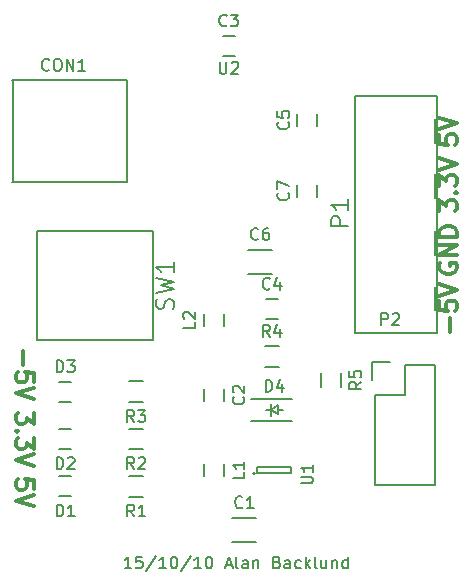
<source format=gto>
%FSLAX46Y46*%
G04 Gerber Fmt 4.6, Leading zero omitted, Abs format (unit mm)*
G04 Created by KiCad (PCBNEW (2014-10-22 BZR 5214)-product) date Sun 11 Oct 2015 07:22:09 PM EDT*
%MOMM*%
G01*
G04 APERTURE LIST*
%ADD10C,0.200000*%
%ADD11C,0.150000*%
%ADD12C,0.300000*%
G04 APERTURE END LIST*
D10*
D11*
X161095237Y-147952381D02*
X160523808Y-147952381D01*
X160809522Y-147952381D02*
X160809522Y-146952381D01*
X160714284Y-147095238D01*
X160619046Y-147190476D01*
X160523808Y-147238095D01*
X161999999Y-146952381D02*
X161523808Y-146952381D01*
X161476189Y-147428571D01*
X161523808Y-147380952D01*
X161619046Y-147333333D01*
X161857142Y-147333333D01*
X161952380Y-147380952D01*
X161999999Y-147428571D01*
X162047618Y-147523810D01*
X162047618Y-147761905D01*
X161999999Y-147857143D01*
X161952380Y-147904762D01*
X161857142Y-147952381D01*
X161619046Y-147952381D01*
X161523808Y-147904762D01*
X161476189Y-147857143D01*
X163190475Y-146904762D02*
X162333332Y-148190476D01*
X164047618Y-147952381D02*
X163476189Y-147952381D01*
X163761903Y-147952381D02*
X163761903Y-146952381D01*
X163666665Y-147095238D01*
X163571427Y-147190476D01*
X163476189Y-147238095D01*
X164666665Y-146952381D02*
X164761904Y-146952381D01*
X164857142Y-147000000D01*
X164904761Y-147047619D01*
X164952380Y-147142857D01*
X164999999Y-147333333D01*
X164999999Y-147571429D01*
X164952380Y-147761905D01*
X164904761Y-147857143D01*
X164857142Y-147904762D01*
X164761904Y-147952381D01*
X164666665Y-147952381D01*
X164571427Y-147904762D01*
X164523808Y-147857143D01*
X164476189Y-147761905D01*
X164428570Y-147571429D01*
X164428570Y-147333333D01*
X164476189Y-147142857D01*
X164523808Y-147047619D01*
X164571427Y-147000000D01*
X164666665Y-146952381D01*
X166142856Y-146904762D02*
X165285713Y-148190476D01*
X166999999Y-147952381D02*
X166428570Y-147952381D01*
X166714284Y-147952381D02*
X166714284Y-146952381D01*
X166619046Y-147095238D01*
X166523808Y-147190476D01*
X166428570Y-147238095D01*
X167619046Y-146952381D02*
X167714285Y-146952381D01*
X167809523Y-147000000D01*
X167857142Y-147047619D01*
X167904761Y-147142857D01*
X167952380Y-147333333D01*
X167952380Y-147571429D01*
X167904761Y-147761905D01*
X167857142Y-147857143D01*
X167809523Y-147904762D01*
X167714285Y-147952381D01*
X167619046Y-147952381D01*
X167523808Y-147904762D01*
X167476189Y-147857143D01*
X167428570Y-147761905D01*
X167380951Y-147571429D01*
X167380951Y-147333333D01*
X167428570Y-147142857D01*
X167476189Y-147047619D01*
X167523808Y-147000000D01*
X167619046Y-146952381D01*
X169095237Y-147666667D02*
X169571428Y-147666667D01*
X168999999Y-147952381D02*
X169333332Y-146952381D01*
X169666666Y-147952381D01*
X170142856Y-147952381D02*
X170047618Y-147904762D01*
X169999999Y-147809524D01*
X169999999Y-146952381D01*
X170952381Y-147952381D02*
X170952381Y-147428571D01*
X170904762Y-147333333D01*
X170809524Y-147285714D01*
X170619047Y-147285714D01*
X170523809Y-147333333D01*
X170952381Y-147904762D02*
X170857143Y-147952381D01*
X170619047Y-147952381D01*
X170523809Y-147904762D01*
X170476190Y-147809524D01*
X170476190Y-147714286D01*
X170523809Y-147619048D01*
X170619047Y-147571429D01*
X170857143Y-147571429D01*
X170952381Y-147523810D01*
X171428571Y-147285714D02*
X171428571Y-147952381D01*
X171428571Y-147380952D02*
X171476190Y-147333333D01*
X171571428Y-147285714D01*
X171714286Y-147285714D01*
X171809524Y-147333333D01*
X171857143Y-147428571D01*
X171857143Y-147952381D01*
X173428572Y-147428571D02*
X173571429Y-147476190D01*
X173619048Y-147523810D01*
X173666667Y-147619048D01*
X173666667Y-147761905D01*
X173619048Y-147857143D01*
X173571429Y-147904762D01*
X173476191Y-147952381D01*
X173095238Y-147952381D01*
X173095238Y-146952381D01*
X173428572Y-146952381D01*
X173523810Y-147000000D01*
X173571429Y-147047619D01*
X173619048Y-147142857D01*
X173619048Y-147238095D01*
X173571429Y-147333333D01*
X173523810Y-147380952D01*
X173428572Y-147428571D01*
X173095238Y-147428571D01*
X174523810Y-147952381D02*
X174523810Y-147428571D01*
X174476191Y-147333333D01*
X174380953Y-147285714D01*
X174190476Y-147285714D01*
X174095238Y-147333333D01*
X174523810Y-147904762D02*
X174428572Y-147952381D01*
X174190476Y-147952381D01*
X174095238Y-147904762D01*
X174047619Y-147809524D01*
X174047619Y-147714286D01*
X174095238Y-147619048D01*
X174190476Y-147571429D01*
X174428572Y-147571429D01*
X174523810Y-147523810D01*
X175428572Y-147904762D02*
X175333334Y-147952381D01*
X175142857Y-147952381D01*
X175047619Y-147904762D01*
X175000000Y-147857143D01*
X174952381Y-147761905D01*
X174952381Y-147476190D01*
X175000000Y-147380952D01*
X175047619Y-147333333D01*
X175142857Y-147285714D01*
X175333334Y-147285714D01*
X175428572Y-147333333D01*
X175857143Y-147952381D02*
X175857143Y-146952381D01*
X175952381Y-147571429D02*
X176238096Y-147952381D01*
X176238096Y-147285714D02*
X175857143Y-147666667D01*
X176809524Y-147952381D02*
X176714286Y-147904762D01*
X176666667Y-147809524D01*
X176666667Y-146952381D01*
X177619049Y-147285714D02*
X177619049Y-147952381D01*
X177190477Y-147285714D02*
X177190477Y-147809524D01*
X177238096Y-147904762D01*
X177333334Y-147952381D01*
X177476192Y-147952381D01*
X177571430Y-147904762D01*
X177619049Y-147857143D01*
X178095239Y-147285714D02*
X178095239Y-147952381D01*
X178095239Y-147380952D02*
X178142858Y-147333333D01*
X178238096Y-147285714D01*
X178380954Y-147285714D01*
X178476192Y-147333333D01*
X178523811Y-147428571D01*
X178523811Y-147952381D01*
X179428573Y-147952381D02*
X179428573Y-146952381D01*
X179428573Y-147904762D02*
X179333335Y-147952381D01*
X179142858Y-147952381D01*
X179047620Y-147904762D01*
X179000001Y-147857143D01*
X178952382Y-147761905D01*
X178952382Y-147476190D01*
X179000001Y-147380952D01*
X179047620Y-147333333D01*
X179142858Y-147285714D01*
X179333335Y-147285714D01*
X179428573Y-147333333D01*
D12*
X152821429Y-141214287D02*
X152821429Y-140500001D01*
X152107143Y-140428572D01*
X152178571Y-140500001D01*
X152250000Y-140642858D01*
X152250000Y-141000001D01*
X152178571Y-141142858D01*
X152107143Y-141214287D01*
X151964286Y-141285715D01*
X151607143Y-141285715D01*
X151464286Y-141214287D01*
X151392857Y-141142858D01*
X151321429Y-141000001D01*
X151321429Y-140642858D01*
X151392857Y-140500001D01*
X151464286Y-140428572D01*
X152821429Y-141714286D02*
X151321429Y-142214286D01*
X152821429Y-142714286D01*
X152821429Y-134785715D02*
X152821429Y-135714286D01*
X152250000Y-135214286D01*
X152250000Y-135428572D01*
X152178571Y-135571429D01*
X152107143Y-135642858D01*
X151964286Y-135714286D01*
X151607143Y-135714286D01*
X151464286Y-135642858D01*
X151392857Y-135571429D01*
X151321429Y-135428572D01*
X151321429Y-135000000D01*
X151392857Y-134857143D01*
X151464286Y-134785715D01*
X151464286Y-136357143D02*
X151392857Y-136428571D01*
X151321429Y-136357143D01*
X151392857Y-136285714D01*
X151464286Y-136357143D01*
X151321429Y-136357143D01*
X152821429Y-136928572D02*
X152821429Y-137857143D01*
X152250000Y-137357143D01*
X152250000Y-137571429D01*
X152178571Y-137714286D01*
X152107143Y-137785715D01*
X151964286Y-137857143D01*
X151607143Y-137857143D01*
X151464286Y-137785715D01*
X151392857Y-137714286D01*
X151321429Y-137571429D01*
X151321429Y-137142857D01*
X151392857Y-137000000D01*
X151464286Y-136928572D01*
X152821429Y-138285714D02*
X151321429Y-138785714D01*
X152821429Y-139285714D01*
X151892857Y-129571429D02*
X151892857Y-130714286D01*
X152821429Y-132142858D02*
X152821429Y-131428572D01*
X152107143Y-131357143D01*
X152178571Y-131428572D01*
X152250000Y-131571429D01*
X152250000Y-131928572D01*
X152178571Y-132071429D01*
X152107143Y-132142858D01*
X151964286Y-132214286D01*
X151607143Y-132214286D01*
X151464286Y-132142858D01*
X151392857Y-132071429D01*
X151321429Y-131928572D01*
X151321429Y-131571429D01*
X151392857Y-131428572D01*
X151464286Y-131357143D01*
X152821429Y-132642857D02*
X151321429Y-133142857D01*
X152821429Y-133642857D01*
X187178571Y-111285713D02*
X187178571Y-111999999D01*
X187892857Y-112071428D01*
X187821429Y-111999999D01*
X187750000Y-111857142D01*
X187750000Y-111499999D01*
X187821429Y-111357142D01*
X187892857Y-111285713D01*
X188035714Y-111214285D01*
X188392857Y-111214285D01*
X188535714Y-111285713D01*
X188607143Y-111357142D01*
X188678571Y-111499999D01*
X188678571Y-111857142D01*
X188607143Y-111999999D01*
X188535714Y-112071428D01*
X187178571Y-110785714D02*
X188678571Y-110285714D01*
X187178571Y-109785714D01*
X187178571Y-117714285D02*
X187178571Y-116785714D01*
X187750000Y-117285714D01*
X187750000Y-117071428D01*
X187821429Y-116928571D01*
X187892857Y-116857142D01*
X188035714Y-116785714D01*
X188392857Y-116785714D01*
X188535714Y-116857142D01*
X188607143Y-116928571D01*
X188678571Y-117071428D01*
X188678571Y-117500000D01*
X188607143Y-117642857D01*
X188535714Y-117714285D01*
X188535714Y-116142857D02*
X188607143Y-116071429D01*
X188678571Y-116142857D01*
X188607143Y-116214286D01*
X188535714Y-116142857D01*
X188678571Y-116142857D01*
X187178571Y-115571428D02*
X187178571Y-114642857D01*
X187750000Y-115142857D01*
X187750000Y-114928571D01*
X187821429Y-114785714D01*
X187892857Y-114714285D01*
X188035714Y-114642857D01*
X188392857Y-114642857D01*
X188535714Y-114714285D01*
X188607143Y-114785714D01*
X188678571Y-114928571D01*
X188678571Y-115357143D01*
X188607143Y-115500000D01*
X188535714Y-115571428D01*
X187178571Y-114214286D02*
X188678571Y-113714286D01*
X187178571Y-113214286D01*
X188107143Y-127928571D02*
X188107143Y-126785714D01*
X187178571Y-125357142D02*
X187178571Y-126071428D01*
X187892857Y-126142857D01*
X187821429Y-126071428D01*
X187750000Y-125928571D01*
X187750000Y-125571428D01*
X187821429Y-125428571D01*
X187892857Y-125357142D01*
X188035714Y-125285714D01*
X188392857Y-125285714D01*
X188535714Y-125357142D01*
X188607143Y-125428571D01*
X188678571Y-125571428D01*
X188678571Y-125928571D01*
X188607143Y-126071428D01*
X188535714Y-126142857D01*
X187178571Y-124857143D02*
X188678571Y-124357143D01*
X187178571Y-123857143D01*
X187250000Y-122142857D02*
X187178571Y-122285714D01*
X187178571Y-122500000D01*
X187250000Y-122714285D01*
X187392857Y-122857143D01*
X187535714Y-122928571D01*
X187821429Y-123000000D01*
X188035714Y-123000000D01*
X188321429Y-122928571D01*
X188464286Y-122857143D01*
X188607143Y-122714285D01*
X188678571Y-122500000D01*
X188678571Y-122357143D01*
X188607143Y-122142857D01*
X188535714Y-122071428D01*
X188035714Y-122071428D01*
X188035714Y-122357143D01*
X188678571Y-121428571D02*
X187178571Y-121428571D01*
X188678571Y-120571428D01*
X187178571Y-120571428D01*
X188678571Y-119857142D02*
X187178571Y-119857142D01*
X187178571Y-119499999D01*
X187250000Y-119285714D01*
X187392857Y-119142856D01*
X187535714Y-119071428D01*
X187821429Y-118999999D01*
X188035714Y-118999999D01*
X188321429Y-119071428D01*
X188464286Y-119142856D01*
X188607143Y-119285714D01*
X188678571Y-119499999D01*
X188678571Y-119857142D01*
D11*
X171660000Y-143675000D02*
X169660000Y-143675000D01*
X169660000Y-145725000D02*
X171660000Y-145725000D01*
X168970000Y-133770000D02*
X168970000Y-132770000D01*
X167270000Y-132770000D02*
X167270000Y-133770000D01*
X169840000Y-102860000D02*
X168840000Y-102860000D01*
X168840000Y-104560000D02*
X169840000Y-104560000D01*
X173500000Y-125150000D02*
X172500000Y-125150000D01*
X172500000Y-126850000D02*
X173500000Y-126850000D01*
X175150000Y-109500000D02*
X175150000Y-110500000D01*
X176850000Y-110500000D02*
X176850000Y-109500000D01*
X173000000Y-120975000D02*
X171000000Y-120975000D01*
X171000000Y-123025000D02*
X173000000Y-123025000D01*
X155000000Y-141850000D02*
X156000000Y-141850000D01*
X156000000Y-140150000D02*
X155000000Y-140150000D01*
X155000000Y-137850000D02*
X156000000Y-137850000D01*
X156000000Y-136150000D02*
X155000000Y-136150000D01*
X156000000Y-132150000D02*
X155000000Y-132150000D01*
X155000000Y-133850000D02*
X156000000Y-133850000D01*
X173517500Y-134540000D02*
X173898500Y-134540000D01*
X172501500Y-134540000D02*
X172882500Y-134540000D01*
X172882500Y-134540000D02*
X173517500Y-134159000D01*
X173517500Y-134159000D02*
X173517500Y-134921000D01*
X173517500Y-134921000D02*
X172882500Y-134540000D01*
X172882500Y-134032000D02*
X172882500Y-135048000D01*
X171200000Y-135440000D02*
X174740000Y-135440000D01*
X171200000Y-133640000D02*
X174740000Y-133640000D01*
X168970000Y-140120000D02*
X168970000Y-139120000D01*
X167270000Y-139120000D02*
X167270000Y-140120000D01*
X167270000Y-126420000D02*
X167270000Y-127420000D01*
X168970000Y-127420000D02*
X168970000Y-126420000D01*
X181730000Y-133270000D02*
X181730000Y-140890000D01*
X181730000Y-140890000D02*
X186810000Y-140890000D01*
X186810000Y-140890000D02*
X186810000Y-130730000D01*
X186810000Y-130730000D02*
X184270000Y-130730000D01*
X183000000Y-130450000D02*
X181450000Y-130450000D01*
X184270000Y-130730000D02*
X184270000Y-133270000D01*
X184270000Y-133270000D02*
X181730000Y-133270000D01*
X181450000Y-130450000D02*
X181450000Y-132000000D01*
X160900000Y-140125000D02*
X162100000Y-140125000D01*
X162100000Y-141875000D02*
X160900000Y-141875000D01*
X160900000Y-136125000D02*
X162100000Y-136125000D01*
X162100000Y-137875000D02*
X160900000Y-137875000D01*
X160900000Y-132125000D02*
X162100000Y-132125000D01*
X162100000Y-133875000D02*
X160900000Y-133875000D01*
X173600000Y-130875000D02*
X172400000Y-130875000D01*
X172400000Y-129125000D02*
X173600000Y-129125000D01*
X177125000Y-132600000D02*
X177125000Y-131400000D01*
X178875000Y-131400000D02*
X178875000Y-132600000D01*
X171600000Y-139920000D02*
G75*
G03X171600000Y-139920000I-100000J0D01*
G01*
X171750000Y-139370000D02*
X171750000Y-139870000D01*
X174650000Y-139370000D02*
X171750000Y-139370000D01*
X174650000Y-139870000D02*
X174650000Y-139370000D01*
X171750000Y-139870000D02*
X174650000Y-139870000D01*
X153100000Y-119400000D02*
X153100000Y-128600000D01*
X162900000Y-119400000D02*
X162900000Y-128600000D01*
X153100000Y-128600000D02*
X162900000Y-128600000D01*
X153100000Y-119400000D02*
X162900000Y-119400000D01*
X176850000Y-116500000D02*
X176850000Y-115500000D01*
X175150000Y-115500000D02*
X175150000Y-116500000D01*
X186800000Y-124100000D02*
X186800000Y-126100000D01*
X186800000Y-119400000D02*
X186800000Y-121400000D01*
X186800000Y-114600000D02*
X186800000Y-116600000D01*
X186800000Y-109900000D02*
X186800000Y-111900000D01*
X187000000Y-128000000D02*
X180000000Y-128000000D01*
X187000000Y-108000000D02*
X180000000Y-108000000D01*
X187000000Y-108000000D02*
X187000000Y-128000000D01*
X180000000Y-108000000D02*
X180000000Y-128000000D01*
X151036000Y-106632000D02*
X151036000Y-115268000D01*
X160688000Y-106632000D02*
X160688000Y-115268000D01*
X151000000Y-115268000D02*
X160688000Y-115268000D01*
X151000000Y-106632000D02*
X160688000Y-106632000D01*
X170493334Y-142757143D02*
X170445715Y-142804762D01*
X170302858Y-142852381D01*
X170207620Y-142852381D01*
X170064762Y-142804762D01*
X169969524Y-142709524D01*
X169921905Y-142614286D01*
X169874286Y-142423810D01*
X169874286Y-142280952D01*
X169921905Y-142090476D01*
X169969524Y-141995238D01*
X170064762Y-141900000D01*
X170207620Y-141852381D01*
X170302858Y-141852381D01*
X170445715Y-141900000D01*
X170493334Y-141947619D01*
X171445715Y-142852381D02*
X170874286Y-142852381D01*
X171160000Y-142852381D02*
X171160000Y-141852381D01*
X171064762Y-141995238D01*
X170969524Y-142090476D01*
X170874286Y-142138095D01*
X170577143Y-133436666D02*
X170624762Y-133484285D01*
X170672381Y-133627142D01*
X170672381Y-133722380D01*
X170624762Y-133865238D01*
X170529524Y-133960476D01*
X170434286Y-134008095D01*
X170243810Y-134055714D01*
X170100952Y-134055714D01*
X169910476Y-134008095D01*
X169815238Y-133960476D01*
X169720000Y-133865238D01*
X169672381Y-133722380D01*
X169672381Y-133627142D01*
X169720000Y-133484285D01*
X169767619Y-133436666D01*
X169767619Y-133055714D02*
X169720000Y-133008095D01*
X169672381Y-132912857D01*
X169672381Y-132674761D01*
X169720000Y-132579523D01*
X169767619Y-132531904D01*
X169862857Y-132484285D01*
X169958095Y-132484285D01*
X170100952Y-132531904D01*
X170672381Y-133103333D01*
X170672381Y-132484285D01*
X169173334Y-101967143D02*
X169125715Y-102014762D01*
X168982858Y-102062381D01*
X168887620Y-102062381D01*
X168744762Y-102014762D01*
X168649524Y-101919524D01*
X168601905Y-101824286D01*
X168554286Y-101633810D01*
X168554286Y-101490952D01*
X168601905Y-101300476D01*
X168649524Y-101205238D01*
X168744762Y-101110000D01*
X168887620Y-101062381D01*
X168982858Y-101062381D01*
X169125715Y-101110000D01*
X169173334Y-101157619D01*
X169506667Y-101062381D02*
X170125715Y-101062381D01*
X169792381Y-101443333D01*
X169935239Y-101443333D01*
X170030477Y-101490952D01*
X170078096Y-101538571D01*
X170125715Y-101633810D01*
X170125715Y-101871905D01*
X170078096Y-101967143D01*
X170030477Y-102014762D01*
X169935239Y-102062381D01*
X169649524Y-102062381D01*
X169554286Y-102014762D01*
X169506667Y-101967143D01*
X172833334Y-124257143D02*
X172785715Y-124304762D01*
X172642858Y-124352381D01*
X172547620Y-124352381D01*
X172404762Y-124304762D01*
X172309524Y-124209524D01*
X172261905Y-124114286D01*
X172214286Y-123923810D01*
X172214286Y-123780952D01*
X172261905Y-123590476D01*
X172309524Y-123495238D01*
X172404762Y-123400000D01*
X172547620Y-123352381D01*
X172642858Y-123352381D01*
X172785715Y-123400000D01*
X172833334Y-123447619D01*
X173690477Y-123685714D02*
X173690477Y-124352381D01*
X173452381Y-123304762D02*
X173214286Y-124019048D01*
X173833334Y-124019048D01*
X174357143Y-110166666D02*
X174404762Y-110214285D01*
X174452381Y-110357142D01*
X174452381Y-110452380D01*
X174404762Y-110595238D01*
X174309524Y-110690476D01*
X174214286Y-110738095D01*
X174023810Y-110785714D01*
X173880952Y-110785714D01*
X173690476Y-110738095D01*
X173595238Y-110690476D01*
X173500000Y-110595238D01*
X173452381Y-110452380D01*
X173452381Y-110357142D01*
X173500000Y-110214285D01*
X173547619Y-110166666D01*
X173452381Y-109261904D02*
X173452381Y-109738095D01*
X173928571Y-109785714D01*
X173880952Y-109738095D01*
X173833333Y-109642857D01*
X173833333Y-109404761D01*
X173880952Y-109309523D01*
X173928571Y-109261904D01*
X174023810Y-109214285D01*
X174261905Y-109214285D01*
X174357143Y-109261904D01*
X174404762Y-109309523D01*
X174452381Y-109404761D01*
X174452381Y-109642857D01*
X174404762Y-109738095D01*
X174357143Y-109785714D01*
X171833334Y-120057143D02*
X171785715Y-120104762D01*
X171642858Y-120152381D01*
X171547620Y-120152381D01*
X171404762Y-120104762D01*
X171309524Y-120009524D01*
X171261905Y-119914286D01*
X171214286Y-119723810D01*
X171214286Y-119580952D01*
X171261905Y-119390476D01*
X171309524Y-119295238D01*
X171404762Y-119200000D01*
X171547620Y-119152381D01*
X171642858Y-119152381D01*
X171785715Y-119200000D01*
X171833334Y-119247619D01*
X172690477Y-119152381D02*
X172500000Y-119152381D01*
X172404762Y-119200000D01*
X172357143Y-119247619D01*
X172261905Y-119390476D01*
X172214286Y-119580952D01*
X172214286Y-119961905D01*
X172261905Y-120057143D01*
X172309524Y-120104762D01*
X172404762Y-120152381D01*
X172595239Y-120152381D01*
X172690477Y-120104762D01*
X172738096Y-120057143D01*
X172785715Y-119961905D01*
X172785715Y-119723810D01*
X172738096Y-119628571D01*
X172690477Y-119580952D01*
X172595239Y-119533333D01*
X172404762Y-119533333D01*
X172309524Y-119580952D01*
X172261905Y-119628571D01*
X172214286Y-119723810D01*
X154761905Y-143552381D02*
X154761905Y-142552381D01*
X155000000Y-142552381D01*
X155142858Y-142600000D01*
X155238096Y-142695238D01*
X155285715Y-142790476D01*
X155333334Y-142980952D01*
X155333334Y-143123810D01*
X155285715Y-143314286D01*
X155238096Y-143409524D01*
X155142858Y-143504762D01*
X155000000Y-143552381D01*
X154761905Y-143552381D01*
X156285715Y-143552381D02*
X155714286Y-143552381D01*
X156000000Y-143552381D02*
X156000000Y-142552381D01*
X155904762Y-142695238D01*
X155809524Y-142790476D01*
X155714286Y-142838095D01*
X154761905Y-139552381D02*
X154761905Y-138552381D01*
X155000000Y-138552381D01*
X155142858Y-138600000D01*
X155238096Y-138695238D01*
X155285715Y-138790476D01*
X155333334Y-138980952D01*
X155333334Y-139123810D01*
X155285715Y-139314286D01*
X155238096Y-139409524D01*
X155142858Y-139504762D01*
X155000000Y-139552381D01*
X154761905Y-139552381D01*
X155714286Y-138647619D02*
X155761905Y-138600000D01*
X155857143Y-138552381D01*
X156095239Y-138552381D01*
X156190477Y-138600000D01*
X156238096Y-138647619D01*
X156285715Y-138742857D01*
X156285715Y-138838095D01*
X156238096Y-138980952D01*
X155666667Y-139552381D01*
X156285715Y-139552381D01*
X154761905Y-131352381D02*
X154761905Y-130352381D01*
X155000000Y-130352381D01*
X155142858Y-130400000D01*
X155238096Y-130495238D01*
X155285715Y-130590476D01*
X155333334Y-130780952D01*
X155333334Y-130923810D01*
X155285715Y-131114286D01*
X155238096Y-131209524D01*
X155142858Y-131304762D01*
X155000000Y-131352381D01*
X154761905Y-131352381D01*
X155666667Y-130352381D02*
X156285715Y-130352381D01*
X155952381Y-130733333D01*
X156095239Y-130733333D01*
X156190477Y-130780952D01*
X156238096Y-130828571D01*
X156285715Y-130923810D01*
X156285715Y-131161905D01*
X156238096Y-131257143D01*
X156190477Y-131304762D01*
X156095239Y-131352381D01*
X155809524Y-131352381D01*
X155714286Y-131304762D01*
X155666667Y-131257143D01*
X172461905Y-132992381D02*
X172461905Y-131992381D01*
X172700000Y-131992381D01*
X172842858Y-132040000D01*
X172938096Y-132135238D01*
X172985715Y-132230476D01*
X173033334Y-132420952D01*
X173033334Y-132563810D01*
X172985715Y-132754286D01*
X172938096Y-132849524D01*
X172842858Y-132944762D01*
X172700000Y-132992381D01*
X172461905Y-132992381D01*
X173890477Y-132325714D02*
X173890477Y-132992381D01*
X173652381Y-131944762D02*
X173414286Y-132659048D01*
X174033334Y-132659048D01*
X170672381Y-139786666D02*
X170672381Y-140262857D01*
X169672381Y-140262857D01*
X170672381Y-138929523D02*
X170672381Y-139500952D01*
X170672381Y-139215238D02*
X169672381Y-139215238D01*
X169815238Y-139310476D01*
X169910476Y-139405714D01*
X169958095Y-139500952D01*
X166472381Y-127086666D02*
X166472381Y-127562857D01*
X165472381Y-127562857D01*
X165567619Y-126800952D02*
X165520000Y-126753333D01*
X165472381Y-126658095D01*
X165472381Y-126419999D01*
X165520000Y-126324761D01*
X165567619Y-126277142D01*
X165662857Y-126229523D01*
X165758095Y-126229523D01*
X165900952Y-126277142D01*
X166472381Y-126848571D01*
X166472381Y-126229523D01*
X182261905Y-127352381D02*
X182261905Y-126352381D01*
X182642858Y-126352381D01*
X182738096Y-126400000D01*
X182785715Y-126447619D01*
X182833334Y-126542857D01*
X182833334Y-126685714D01*
X182785715Y-126780952D01*
X182738096Y-126828571D01*
X182642858Y-126876190D01*
X182261905Y-126876190D01*
X183214286Y-126447619D02*
X183261905Y-126400000D01*
X183357143Y-126352381D01*
X183595239Y-126352381D01*
X183690477Y-126400000D01*
X183738096Y-126447619D01*
X183785715Y-126542857D01*
X183785715Y-126638095D01*
X183738096Y-126780952D01*
X183166667Y-127352381D01*
X183785715Y-127352381D01*
X161333334Y-143552381D02*
X161000000Y-143076190D01*
X160761905Y-143552381D02*
X160761905Y-142552381D01*
X161142858Y-142552381D01*
X161238096Y-142600000D01*
X161285715Y-142647619D01*
X161333334Y-142742857D01*
X161333334Y-142885714D01*
X161285715Y-142980952D01*
X161238096Y-143028571D01*
X161142858Y-143076190D01*
X160761905Y-143076190D01*
X162285715Y-143552381D02*
X161714286Y-143552381D01*
X162000000Y-143552381D02*
X162000000Y-142552381D01*
X161904762Y-142695238D01*
X161809524Y-142790476D01*
X161714286Y-142838095D01*
X161333334Y-139552381D02*
X161000000Y-139076190D01*
X160761905Y-139552381D02*
X160761905Y-138552381D01*
X161142858Y-138552381D01*
X161238096Y-138600000D01*
X161285715Y-138647619D01*
X161333334Y-138742857D01*
X161333334Y-138885714D01*
X161285715Y-138980952D01*
X161238096Y-139028571D01*
X161142858Y-139076190D01*
X160761905Y-139076190D01*
X161714286Y-138647619D02*
X161761905Y-138600000D01*
X161857143Y-138552381D01*
X162095239Y-138552381D01*
X162190477Y-138600000D01*
X162238096Y-138647619D01*
X162285715Y-138742857D01*
X162285715Y-138838095D01*
X162238096Y-138980952D01*
X161666667Y-139552381D01*
X162285715Y-139552381D01*
X161333334Y-135552381D02*
X161000000Y-135076190D01*
X160761905Y-135552381D02*
X160761905Y-134552381D01*
X161142858Y-134552381D01*
X161238096Y-134600000D01*
X161285715Y-134647619D01*
X161333334Y-134742857D01*
X161333334Y-134885714D01*
X161285715Y-134980952D01*
X161238096Y-135028571D01*
X161142858Y-135076190D01*
X160761905Y-135076190D01*
X161666667Y-134552381D02*
X162285715Y-134552381D01*
X161952381Y-134933333D01*
X162095239Y-134933333D01*
X162190477Y-134980952D01*
X162238096Y-135028571D01*
X162285715Y-135123810D01*
X162285715Y-135361905D01*
X162238096Y-135457143D01*
X162190477Y-135504762D01*
X162095239Y-135552381D01*
X161809524Y-135552381D01*
X161714286Y-135504762D01*
X161666667Y-135457143D01*
X172833334Y-128352381D02*
X172500000Y-127876190D01*
X172261905Y-128352381D02*
X172261905Y-127352381D01*
X172642858Y-127352381D01*
X172738096Y-127400000D01*
X172785715Y-127447619D01*
X172833334Y-127542857D01*
X172833334Y-127685714D01*
X172785715Y-127780952D01*
X172738096Y-127828571D01*
X172642858Y-127876190D01*
X172261905Y-127876190D01*
X173690477Y-127685714D02*
X173690477Y-128352381D01*
X173452381Y-127304762D02*
X173214286Y-128019048D01*
X173833334Y-128019048D01*
X180552381Y-132166666D02*
X180076190Y-132500000D01*
X180552381Y-132738095D02*
X179552381Y-132738095D01*
X179552381Y-132357142D01*
X179600000Y-132261904D01*
X179647619Y-132214285D01*
X179742857Y-132166666D01*
X179885714Y-132166666D01*
X179980952Y-132214285D01*
X180028571Y-132261904D01*
X180076190Y-132357142D01*
X180076190Y-132738095D01*
X179552381Y-131261904D02*
X179552381Y-131738095D01*
X180028571Y-131785714D01*
X179980952Y-131738095D01*
X179933333Y-131642857D01*
X179933333Y-131404761D01*
X179980952Y-131309523D01*
X180028571Y-131261904D01*
X180123810Y-131214285D01*
X180361905Y-131214285D01*
X180457143Y-131261904D01*
X180504762Y-131309523D01*
X180552381Y-131404761D01*
X180552381Y-131642857D01*
X180504762Y-131738095D01*
X180457143Y-131785714D01*
X175452381Y-140761905D02*
X176261905Y-140761905D01*
X176357143Y-140714286D01*
X176404762Y-140666667D01*
X176452381Y-140571429D01*
X176452381Y-140380952D01*
X176404762Y-140285714D01*
X176357143Y-140238095D01*
X176261905Y-140190476D01*
X175452381Y-140190476D01*
X176452381Y-139190476D02*
X176452381Y-139761905D01*
X176452381Y-139476191D02*
X175452381Y-139476191D01*
X175595238Y-139571429D01*
X175690476Y-139666667D01*
X175738095Y-139761905D01*
X168578095Y-105067381D02*
X168578095Y-105876905D01*
X168625714Y-105972143D01*
X168673333Y-106019762D01*
X168768571Y-106067381D01*
X168959048Y-106067381D01*
X169054286Y-106019762D01*
X169101905Y-105972143D01*
X169149524Y-105876905D01*
X169149524Y-105067381D01*
X169578095Y-105162619D02*
X169625714Y-105115000D01*
X169720952Y-105067381D01*
X169959048Y-105067381D01*
X170054286Y-105115000D01*
X170101905Y-105162619D01*
X170149524Y-105257857D01*
X170149524Y-105353095D01*
X170101905Y-105495952D01*
X169530476Y-106067381D01*
X170149524Y-106067381D01*
X164607143Y-126000000D02*
X164678571Y-125785714D01*
X164678571Y-125428571D01*
X164607143Y-125285714D01*
X164535714Y-125214285D01*
X164392857Y-125142857D01*
X164250000Y-125142857D01*
X164107143Y-125214285D01*
X164035714Y-125285714D01*
X163964286Y-125428571D01*
X163892857Y-125714285D01*
X163821429Y-125857143D01*
X163750000Y-125928571D01*
X163607143Y-126000000D01*
X163464286Y-126000000D01*
X163321429Y-125928571D01*
X163250000Y-125857143D01*
X163178571Y-125714285D01*
X163178571Y-125357143D01*
X163250000Y-125142857D01*
X163178571Y-124642857D02*
X164678571Y-124285714D01*
X163607143Y-124000000D01*
X164678571Y-123714286D01*
X163178571Y-123357143D01*
X164678571Y-122000000D02*
X164678571Y-122857143D01*
X164678571Y-122428571D02*
X163178571Y-122428571D01*
X163392857Y-122571428D01*
X163535714Y-122714286D01*
X163607143Y-122857143D01*
X174357143Y-116166666D02*
X174404762Y-116214285D01*
X174452381Y-116357142D01*
X174452381Y-116452380D01*
X174404762Y-116595238D01*
X174309524Y-116690476D01*
X174214286Y-116738095D01*
X174023810Y-116785714D01*
X173880952Y-116785714D01*
X173690476Y-116738095D01*
X173595238Y-116690476D01*
X173500000Y-116595238D01*
X173452381Y-116452380D01*
X173452381Y-116357142D01*
X173500000Y-116214285D01*
X173547619Y-116166666D01*
X173452381Y-115833333D02*
X173452381Y-115166666D01*
X174452381Y-115595238D01*
X179478571Y-119007142D02*
X177978571Y-119007142D01*
X177978571Y-118435714D01*
X178050000Y-118292856D01*
X178121429Y-118221428D01*
X178264286Y-118149999D01*
X178478571Y-118149999D01*
X178621429Y-118221428D01*
X178692857Y-118292856D01*
X178764286Y-118435714D01*
X178764286Y-119007142D01*
X179478571Y-116721428D02*
X179478571Y-117578571D01*
X179478571Y-117149999D02*
X177978571Y-117149999D01*
X178192857Y-117292856D01*
X178335714Y-117435714D01*
X178407143Y-117578571D01*
X154139715Y-105719143D02*
X154092096Y-105766762D01*
X153949239Y-105814381D01*
X153854001Y-105814381D01*
X153711143Y-105766762D01*
X153615905Y-105671524D01*
X153568286Y-105576286D01*
X153520667Y-105385810D01*
X153520667Y-105242952D01*
X153568286Y-105052476D01*
X153615905Y-104957238D01*
X153711143Y-104862000D01*
X153854001Y-104814381D01*
X153949239Y-104814381D01*
X154092096Y-104862000D01*
X154139715Y-104909619D01*
X154758762Y-104814381D02*
X154949239Y-104814381D01*
X155044477Y-104862000D01*
X155139715Y-104957238D01*
X155187334Y-105147714D01*
X155187334Y-105481048D01*
X155139715Y-105671524D01*
X155044477Y-105766762D01*
X154949239Y-105814381D01*
X154758762Y-105814381D01*
X154663524Y-105766762D01*
X154568286Y-105671524D01*
X154520667Y-105481048D01*
X154520667Y-105147714D01*
X154568286Y-104957238D01*
X154663524Y-104862000D01*
X154758762Y-104814381D01*
X155615905Y-105814381D02*
X155615905Y-104814381D01*
X156187334Y-105814381D01*
X156187334Y-104814381D01*
X157187334Y-105814381D02*
X156615905Y-105814381D01*
X156901619Y-105814381D02*
X156901619Y-104814381D01*
X156806381Y-104957238D01*
X156711143Y-105052476D01*
X156615905Y-105100095D01*
M02*

</source>
